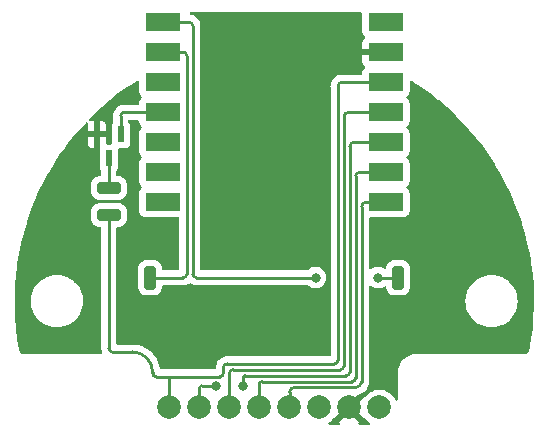
<source format=gbr>
%TF.GenerationSoftware,KiCad,Pcbnew,(6.0.9-0)*%
%TF.CreationDate,2022-12-16T11:10:40-08:00*%
%TF.ProjectId,trackball,74726163-6b62-4616-9c6c-2e6b69636164,v01*%
%TF.SameCoordinates,Original*%
%TF.FileFunction,Copper,L1,Top*%
%TF.FilePolarity,Positive*%
%FSLAX46Y46*%
G04 Gerber Fmt 4.6, Leading zero omitted, Abs format (unit mm)*
G04 Created by KiCad (PCBNEW (6.0.9-0)) date 2022-12-16 11:10:40*
%MOMM*%
%LPD*%
G01*
G04 APERTURE LIST*
G04 Aperture macros list*
%AMRoundRect*
0 Rectangle with rounded corners*
0 $1 Rounding radius*
0 $2 $3 $4 $5 $6 $7 $8 $9 X,Y pos of 4 corners*
0 Add a 4 corners polygon primitive as box body*
4,1,4,$2,$3,$4,$5,$6,$7,$8,$9,$2,$3,0*
0 Add four circle primitives for the rounded corners*
1,1,$1+$1,$2,$3*
1,1,$1+$1,$4,$5*
1,1,$1+$1,$6,$7*
1,1,$1+$1,$8,$9*
0 Add four rect primitives between the rounded corners*
20,1,$1+$1,$2,$3,$4,$5,0*
20,1,$1+$1,$4,$5,$6,$7,0*
20,1,$1+$1,$6,$7,$8,$9,0*
20,1,$1+$1,$8,$9,$2,$3,0*%
G04 Aperture macros list end*
%TA.AperFunction,SMDPad,CuDef*%
%ADD10R,3.000000X1.500000*%
%TD*%
%TA.AperFunction,SMDPad,CuDef*%
%ADD11R,0.558800X1.320800*%
%TD*%
%TA.AperFunction,SMDPad,CuDef*%
%ADD12RoundRect,0.250000X-0.750000X0.250000X-0.750000X-0.250000X0.750000X-0.250000X0.750000X0.250000X0*%
%TD*%
%TA.AperFunction,SMDPad,CuDef*%
%ADD13RoundRect,0.250000X-0.250000X-0.750000X0.250000X-0.750000X0.250000X0.750000X-0.250000X0.750000X0*%
%TD*%
%TA.AperFunction,ComponentPad*%
%ADD14C,2.000000*%
%TD*%
%TA.AperFunction,ViaPad*%
%ADD15C,0.800000*%
%TD*%
%TA.AperFunction,Conductor*%
%ADD16C,0.250000*%
%TD*%
G04 APERTURE END LIST*
D10*
%TO.P,U1,1,A0*%
%TO.N,Net-(U1-Pad1)*%
X135050000Y-123380000D03*
%TO.P,U1,2,A1*%
%TO.N,Net-(U1-Pad2)*%
X135050000Y-125920000D03*
%TO.P,U1,3,A2*%
%TO.N,unconnected-(U1-Pad3)*%
X135050000Y-128460000D03*
%TO.P,U1,4,A3*%
%TO.N,Net-(Q1-Pad1)*%
X135050000Y-131000000D03*
%TO.P,U1,5,SDA*%
%TO.N,unconnected-(U1-Pad5)*%
X135050000Y-133540000D03*
%TO.P,U1,6,SCL*%
%TO.N,unconnected-(U1-Pad6)*%
X135050000Y-136080000D03*
%TO.P,U1,7,TX*%
%TO.N,unconnected-(U1-Pad7)*%
X135050000Y-138620000D03*
%TO.P,U1,8,5V*%
%TO.N,unconnected-(U1-Pad8)*%
X153950000Y-123380000D03*
%TO.P,U1,9,GND*%
%TO.N,GND*%
X153950000Y-125920000D03*
%TO.P,U1,10,3V*%
%TO.N,Net-(J1-Pad1)*%
X153950000Y-128460000D03*
%TO.P,U1,11,MO*%
%TO.N,Net-(U1-Pad11)*%
X153950000Y-131000000D03*
%TO.P,U1,12,MI*%
%TO.N,Net-(U1-Pad12)*%
X153950000Y-133540000D03*
%TO.P,U1,13,SCK*%
%TO.N,Net-(U1-Pad13)*%
X153950000Y-136080000D03*
%TO.P,U1,14,RX*%
%TO.N,Net-(U1-Pad14)*%
X153950000Y-138620000D03*
%TD*%
D11*
%TO.P,Q1,1,B*%
%TO.N,Net-(Q1-Pad1)*%
X131516000Y-132884000D03*
%TO.P,Q1,2,E*%
%TO.N,GND*%
X129484000Y-132884000D03*
%TO.P,Q1,3,C*%
%TO.N,Net-(J2-Pad1)*%
X130500000Y-134916000D03*
%TD*%
D12*
%TO.P,+,1,Pin_1*%
%TO.N,Net-(J1-Pad1)*%
X130500000Y-139700000D03*
%TD*%
%TO.P,-,1,Pin_1*%
%TO.N,Net-(J2-Pad1)*%
X130500000Y-137400000D03*
%TD*%
D13*
%TO.P,J2,1,Pin_1*%
%TO.N,Net-(U1-Pad2)*%
X134000000Y-145000000D03*
%TD*%
%TO.P,J1,1,Pin_1*%
%TO.N,Net-(U1-Pad1)*%
X155000000Y-145000000D03*
%TD*%
D14*
%TO.P,U2,1,RS*%
%TO.N,unconnected-(U2-Pad1)*%
X153390000Y-156000000D03*
%TO.P,U2,2,GD*%
%TO.N,GND*%
X150850000Y-156000000D03*
%TO.P,U2,3,MT*%
%TO.N,unconnected-(U2-Pad3)*%
X148310000Y-156000000D03*
%TO.P,U2,4,SS*%
%TO.N,Net-(U1-Pad14)*%
X145770000Y-156000000D03*
%TO.P,U2,5,SC*%
%TO.N,Net-(U1-Pad13)*%
X143230000Y-156000000D03*
%TO.P,U2,6,MO*%
%TO.N,Net-(U1-Pad11)*%
X140690000Y-156000000D03*
%TO.P,U2,7,MI*%
%TO.N,Net-(U1-Pad12)*%
X138150000Y-156000000D03*
%TO.P,U2,8,VI*%
%TO.N,Net-(J1-Pad1)*%
X135610000Y-156000000D03*
%TD*%
D15*
%TO.N,Net-(U1-Pad1)*%
X148000000Y-145000000D03*
X153300000Y-145000000D03*
%TO.N,GND*%
X153300000Y-143000000D03*
X148000000Y-143000000D03*
%TO.N,Net-(U1-Pad12)*%
X141850000Y-154150000D03*
X139550000Y-154150000D03*
%TD*%
D16*
%TO.N,Net-(J1-Pad1)*%
X139900000Y-153400000D02*
X135600000Y-153400000D01*
X132500000Y-151300000D02*
X130800000Y-151300000D01*
X130500000Y-151000000D02*
X130500000Y-139700000D01*
X135600000Y-153400000D02*
X134500000Y-153400000D01*
X153950000Y-128460000D02*
X150240000Y-128460000D01*
X149900000Y-128800000D02*
X149900000Y-152000000D01*
X135600000Y-153400000D02*
X135600000Y-155990000D01*
X140200000Y-152600000D02*
X140200000Y-153100000D01*
X149600000Y-152300000D02*
X140500000Y-152300000D01*
X134200000Y-153100000D02*
X134200000Y-153000000D01*
X149600000Y-152300000D02*
G75*
G03*
X149900000Y-152000000I0J300000D01*
G01*
X139900000Y-153400000D02*
G75*
G03*
X140200000Y-153100000I0J300000D01*
G01*
X134200000Y-153100000D02*
G75*
G03*
X134500000Y-153400000I300000J0D01*
G01*
X130500000Y-151000000D02*
G75*
G03*
X130800000Y-151300000I300000J0D01*
G01*
X135610000Y-156000000D02*
G75*
G02*
X135600000Y-155990000I0J10000D01*
G01*
X140200000Y-152600000D02*
G75*
G02*
X140500000Y-152300000I300000J0D01*
G01*
X132500000Y-151300000D02*
G75*
G02*
X134200000Y-153000000I0J-1700000D01*
G01*
X149900000Y-128800000D02*
G75*
G02*
X150240000Y-128460000I340000J0D01*
G01*
%TO.N,Net-(J2-Pad1)*%
X130500000Y-134916000D02*
X130500000Y-137400000D01*
%TO.N,Net-(U1-Pad1)*%
X137900000Y-145000000D02*
X148000000Y-145000000D01*
X135050000Y-123380000D02*
X137280000Y-123380000D01*
X153300000Y-145000000D02*
X155000000Y-145000000D01*
X137600000Y-123700000D02*
X137600000Y-144700000D01*
X137600000Y-123700000D02*
G75*
G03*
X137280000Y-123380000I-320000J0D01*
G01*
X137900000Y-145000000D02*
G75*
G02*
X137600000Y-144700000I0J300000D01*
G01*
%TO.N,Net-(U1-Pad2)*%
X136800000Y-145000000D02*
X134000000Y-145000000D01*
X135050000Y-125920000D02*
X136820000Y-125920000D01*
X137100000Y-126200000D02*
X137100000Y-144700000D01*
X137100000Y-126200000D02*
G75*
G03*
X136820000Y-125920000I-280000J0D01*
G01*
X136800000Y-145000000D02*
G75*
G03*
X137100000Y-144700000I0J300000D01*
G01*
%TO.N,Net-(Q1-Pad1)*%
X135050000Y-131000000D02*
X131800000Y-131000000D01*
X131500000Y-131300000D02*
X131500000Y-132868000D01*
X131500000Y-131300000D02*
G75*
G02*
X131800000Y-131000000I300000J0D01*
G01*
X131516000Y-132884000D02*
G75*
G02*
X131500000Y-132868000I0J16000D01*
G01*
%TO.N,Net-(U1-Pad11)*%
X140700000Y-153100000D02*
X140700000Y-155990000D01*
X150400000Y-131400000D02*
X150400000Y-152500000D01*
X150100000Y-152800000D02*
X141000000Y-152800000D01*
X153950000Y-131000000D02*
X150800000Y-131000000D01*
X140690000Y-156000000D02*
G75*
G03*
X140700000Y-155990000I0J10000D01*
G01*
X150100000Y-152800000D02*
G75*
G03*
X150400000Y-152500000I0J300000D01*
G01*
X140700000Y-153100000D02*
G75*
G02*
X141000000Y-152800000I300000J0D01*
G01*
X150400000Y-131400000D02*
G75*
G02*
X150800000Y-131000000I400000J0D01*
G01*
%TO.N,Net-(U1-Pad12)*%
X150900000Y-133900000D02*
X150900000Y-153000000D01*
X138150000Y-154350000D02*
X138150000Y-156000000D01*
X141850000Y-153450000D02*
X141850000Y-154150000D01*
X139550000Y-154150000D02*
X138350000Y-154150000D01*
X153950000Y-133540000D02*
X151260000Y-133540000D01*
X150600000Y-153300000D02*
X142000000Y-153300000D01*
X150900000Y-133900000D02*
G75*
G02*
X151260000Y-133540000I360000J0D01*
G01*
X138150000Y-154350000D02*
G75*
G02*
X138350000Y-154150000I200000J0D01*
G01*
X150600000Y-153300000D02*
G75*
G03*
X150900000Y-153000000I0J300000D01*
G01*
X141850000Y-153450000D02*
G75*
G02*
X142000000Y-153300000I150000J0D01*
G01*
%TO.N,Net-(U1-Pad13)*%
X153950000Y-136080000D02*
X151720000Y-136080000D01*
X151100000Y-153800000D02*
X143500000Y-153800000D01*
X151400000Y-136400000D02*
X151400000Y-153500000D01*
X143200000Y-154100000D02*
X143200000Y-155970000D01*
X143230000Y-156000000D02*
G75*
G02*
X143200000Y-155970000I0J30000D01*
G01*
X143200000Y-154100000D02*
G75*
G02*
X143500000Y-153800000I300000J0D01*
G01*
X151100000Y-153800000D02*
G75*
G03*
X151400000Y-153500000I0J300000D01*
G01*
X151400000Y-136400000D02*
G75*
G02*
X151720000Y-136080000I320000J0D01*
G01*
%TO.N,Net-(U1-Pad14)*%
X145800000Y-154700000D02*
X145800000Y-155970000D01*
X151900000Y-139000000D02*
X151900000Y-153800000D01*
X151400000Y-154300000D02*
X146200000Y-154300000D01*
X153950000Y-138620000D02*
X152280000Y-138620000D01*
X151400000Y-154300000D02*
G75*
G03*
X151900000Y-153800000I0J500000D01*
G01*
X145770000Y-156000000D02*
G75*
G03*
X145800000Y-155970000I0J30000D01*
G01*
X145800000Y-154700000D02*
G75*
G02*
X146200000Y-154300000I400000J0D01*
G01*
X151900000Y-139000000D02*
G75*
G02*
X152280000Y-138620000I380000J0D01*
G01*
%TD*%
%TA.AperFunction,Conductor*%
%TO.N,GND*%
G36*
X156159032Y-128354110D02*
G01*
X156162660Y-128356772D01*
X156171892Y-128364242D01*
X156184266Y-128375261D01*
X156189328Y-128378528D01*
X156189531Y-128378704D01*
X156189775Y-128378816D01*
X156194814Y-128382068D01*
X156212189Y-128389799D01*
X156214875Y-128390994D01*
X156232863Y-128400822D01*
X156953956Y-128874806D01*
X156958242Y-128877752D01*
X157691305Y-129404173D01*
X157695466Y-129407293D01*
X158406198Y-129963529D01*
X158410222Y-129966815D01*
X159097395Y-130551907D01*
X159101261Y-130555339D01*
X159763714Y-131168300D01*
X159763715Y-131168301D01*
X159767453Y-131171906D01*
X159923022Y-131328253D01*
X160404026Y-131811661D01*
X160407618Y-131815423D01*
X161017248Y-132480903D01*
X161020681Y-132484809D01*
X161602338Y-133174889D01*
X161605607Y-133178934D01*
X162158285Y-133892421D01*
X162161383Y-133896596D01*
X162684171Y-134632316D01*
X162687063Y-134636569D01*
X163176045Y-135388621D01*
X163179028Y-135393209D01*
X163181767Y-135397618D01*
X163314296Y-135621117D01*
X163642102Y-136173937D01*
X163644642Y-136178429D01*
X164072559Y-136973104D01*
X164074913Y-136977702D01*
X164469648Y-137789308D01*
X164471825Y-137794029D01*
X164832731Y-138621232D01*
X164832731Y-138621233D01*
X164834709Y-138626033D01*
X164924210Y-138856704D01*
X165161177Y-139467441D01*
X165162958Y-139472328D01*
X165454423Y-140326485D01*
X165456000Y-140331440D01*
X165518907Y-140544134D01*
X165711971Y-141196899D01*
X165713331Y-141201870D01*
X165729595Y-141266567D01*
X165933374Y-142077183D01*
X165934537Y-142082252D01*
X166118259Y-142965830D01*
X166119213Y-142970942D01*
X166197684Y-143445922D01*
X166253187Y-143781880D01*
X166266322Y-143861388D01*
X166267062Y-143866525D01*
X166309673Y-144212760D01*
X166377304Y-144762307D01*
X166377832Y-144767481D01*
X166451008Y-145666992D01*
X166451323Y-145672183D01*
X166487318Y-146573985D01*
X166487418Y-146579184D01*
X166486879Y-146968811D01*
X166486437Y-147288887D01*
X166486170Y-147481699D01*
X166486055Y-147486879D01*
X166449470Y-148343902D01*
X166447563Y-148388574D01*
X166447234Y-148393760D01*
X166378308Y-149212970D01*
X166371566Y-149293097D01*
X166371023Y-149298269D01*
X166258310Y-150193684D01*
X166257557Y-150198813D01*
X166176852Y-150679050D01*
X166115177Y-151046045D01*
X166109640Y-151067369D01*
X166106551Y-151076057D01*
X166103616Y-151084311D01*
X166103104Y-151093275D01*
X166102709Y-151095228D01*
X166097608Y-151123299D01*
X166085307Y-151162720D01*
X166078213Y-151185455D01*
X166066453Y-151211948D01*
X166023813Y-151284213D01*
X166006308Y-151307315D01*
X165991855Y-151322410D01*
X165948285Y-151367912D01*
X165925958Y-151386406D01*
X165855618Y-151432138D01*
X165829652Y-151445041D01*
X165750726Y-151473481D01*
X165722502Y-151480106D01*
X165663310Y-151486958D01*
X165647282Y-151487783D01*
X165639809Y-151487691D01*
X165630942Y-151486310D01*
X165599348Y-151490439D01*
X165583021Y-151491501D01*
X156553250Y-151491501D01*
X156532345Y-151489755D01*
X156517344Y-151487231D01*
X156517341Y-151487231D01*
X156512552Y-151486425D01*
X156506313Y-151486349D01*
X156504860Y-151486331D01*
X156504857Y-151486331D01*
X156500000Y-151486272D01*
X156485224Y-151488388D01*
X156476371Y-151489337D01*
X156289258Y-151502720D01*
X156284770Y-151503041D01*
X156272078Y-151505802D01*
X156078318Y-151547951D01*
X156078311Y-151547953D01*
X156073921Y-151548908D01*
X156069706Y-151550480D01*
X156069703Y-151550481D01*
X155972833Y-151586611D01*
X155871745Y-151624315D01*
X155682360Y-151727728D01*
X155509619Y-151857040D01*
X155357039Y-152009620D01*
X155227727Y-152182361D01*
X155124315Y-152371747D01*
X155048908Y-152573922D01*
X155003040Y-152784771D01*
X155002719Y-152789259D01*
X154990542Y-152959528D01*
X154989116Y-152971447D01*
X154987231Y-152982650D01*
X154987230Y-152982657D01*
X154986424Y-152987450D01*
X154986271Y-153000002D01*
X154989986Y-153025944D01*
X154990227Y-153027626D01*
X154991500Y-153045488D01*
X154991500Y-155291016D01*
X154971498Y-155359137D01*
X154917842Y-155405630D01*
X154847568Y-155415734D01*
X154782988Y-155386240D01*
X154749091Y-155339234D01*
X154740135Y-155317611D01*
X154740133Y-155317607D01*
X154738240Y-155313037D01*
X154735654Y-155308817D01*
X154616759Y-155114798D01*
X154616755Y-155114792D01*
X154614176Y-155110584D01*
X154459969Y-154930031D01*
X154279416Y-154775824D01*
X154275208Y-154773245D01*
X154275202Y-154773241D01*
X154081183Y-154654346D01*
X154076963Y-154651760D01*
X154072393Y-154649867D01*
X154072389Y-154649865D01*
X153862167Y-154562789D01*
X153862165Y-154562788D01*
X153857594Y-154560895D01*
X153750900Y-154535280D01*
X153631524Y-154506620D01*
X153631518Y-154506619D01*
X153626711Y-154505465D01*
X153390000Y-154486835D01*
X153153289Y-154505465D01*
X153148482Y-154506619D01*
X153148476Y-154506620D01*
X153029100Y-154535280D01*
X152922406Y-154560895D01*
X152917835Y-154562788D01*
X152917833Y-154562789D01*
X152707611Y-154649865D01*
X152707607Y-154649867D01*
X152703037Y-154651760D01*
X152698817Y-154654346D01*
X152504798Y-154773241D01*
X152504792Y-154773245D01*
X152500584Y-154775824D01*
X152320031Y-154930031D01*
X152316823Y-154933787D01*
X152316818Y-154933792D01*
X152186294Y-155086616D01*
X152126844Y-155125426D01*
X152092442Y-155127640D01*
X152073333Y-155135877D01*
X151222022Y-155987188D01*
X151214408Y-156001132D01*
X151214539Y-156002965D01*
X151218790Y-156009580D01*
X152070290Y-156861080D01*
X152087102Y-156870260D01*
X152150350Y-156884020D01*
X152185775Y-156912776D01*
X152288621Y-157033193D01*
X152320031Y-157069969D01*
X152500584Y-157224176D01*
X152504797Y-157226758D01*
X152504807Y-157226765D01*
X152555890Y-157258069D01*
X152603522Y-157310717D01*
X152615128Y-157380758D01*
X152587024Y-157445956D01*
X152528134Y-157485609D01*
X152490055Y-157491501D01*
X151748985Y-157491501D01*
X151680864Y-157471499D01*
X151634371Y-157417843D01*
X151624267Y-157347569D01*
X151653761Y-157282989D01*
X151683150Y-157258069D01*
X151708445Y-157242568D01*
X151717907Y-157232110D01*
X151714124Y-157223334D01*
X150862812Y-156372022D01*
X150848868Y-156364408D01*
X150847035Y-156364539D01*
X150840420Y-156368790D01*
X149988920Y-157220290D01*
X149982160Y-157232670D01*
X149987887Y-157240320D01*
X150016850Y-157258069D01*
X150064482Y-157310716D01*
X150076088Y-157380758D01*
X150047984Y-157445955D01*
X149989094Y-157485609D01*
X149951015Y-157491501D01*
X149209945Y-157491501D01*
X149141824Y-157471499D01*
X149095331Y-157417843D01*
X149085227Y-157347569D01*
X149114721Y-157282989D01*
X149144110Y-157258069D01*
X149195193Y-157226765D01*
X149195203Y-157226758D01*
X149199416Y-157224176D01*
X149379969Y-157069969D01*
X149383177Y-157066213D01*
X149383182Y-157066208D01*
X149513706Y-156913384D01*
X149573156Y-156874574D01*
X149607558Y-156872360D01*
X149626667Y-156864123D01*
X151536892Y-154953898D01*
X151597995Y-154922087D01*
X151597582Y-154920544D01*
X151783850Y-154870633D01*
X151783849Y-154870633D01*
X151789161Y-154869210D01*
X151968915Y-154785390D01*
X152131383Y-154671628D01*
X152271628Y-154531383D01*
X152279705Y-154519849D01*
X152369171Y-154392078D01*
X152385390Y-154368915D01*
X152469210Y-154189161D01*
X152520544Y-153997582D01*
X152528545Y-153906129D01*
X152531059Y-153891424D01*
X152531528Y-153887708D01*
X152533500Y-153880030D01*
X152533500Y-153854994D01*
X152533980Y-153844006D01*
X152534207Y-153841413D01*
X152534984Y-153834646D01*
X152537432Y-153817444D01*
X152538013Y-153813364D01*
X152538153Y-153800000D01*
X152534413Y-153769093D01*
X152533500Y-153753958D01*
X152533500Y-147000001D01*
X160686797Y-147000001D01*
X160705732Y-147288887D01*
X160706536Y-147292927D01*
X160706536Y-147292930D01*
X160745119Y-147486899D01*
X160762211Y-147572829D01*
X160855270Y-147846971D01*
X160983315Y-148106620D01*
X161144155Y-148347336D01*
X161146867Y-148350428D01*
X161146872Y-148350435D01*
X161322405Y-148550590D01*
X161335040Y-148564997D01*
X161338129Y-148567706D01*
X161549601Y-148753164D01*
X161549607Y-148753169D01*
X161552701Y-148755882D01*
X161793416Y-148916722D01*
X161797115Y-148918546D01*
X161797120Y-148918549D01*
X162049371Y-149042945D01*
X162053066Y-149044767D01*
X162056964Y-149046090D01*
X162056966Y-149046091D01*
X162323298Y-149136499D01*
X162323302Y-149136500D01*
X162327208Y-149137826D01*
X162331252Y-149138630D01*
X162331258Y-149138632D01*
X162607107Y-149193501D01*
X162607110Y-149193501D01*
X162611150Y-149194305D01*
X162615261Y-149194574D01*
X162615265Y-149194575D01*
X162895917Y-149212970D01*
X162900036Y-149213240D01*
X162904155Y-149212970D01*
X163184807Y-149194575D01*
X163184811Y-149194574D01*
X163188922Y-149194305D01*
X163192962Y-149193501D01*
X163192965Y-149193501D01*
X163468814Y-149138632D01*
X163468820Y-149138630D01*
X163472864Y-149137826D01*
X163476770Y-149136500D01*
X163476774Y-149136499D01*
X163743106Y-149046091D01*
X163743108Y-149046090D01*
X163747006Y-149044767D01*
X163750701Y-149042945D01*
X164002952Y-148918549D01*
X164002957Y-148918546D01*
X164006656Y-148916722D01*
X164247371Y-148755882D01*
X164250465Y-148753169D01*
X164250471Y-148753164D01*
X164461943Y-148567706D01*
X164465032Y-148564997D01*
X164477667Y-148550590D01*
X164653200Y-148350435D01*
X164653205Y-148350428D01*
X164655917Y-148347336D01*
X164816757Y-148106620D01*
X164944802Y-147846971D01*
X165037861Y-147572829D01*
X165054954Y-147486899D01*
X165093536Y-147292930D01*
X165093536Y-147292927D01*
X165094340Y-147288887D01*
X165113275Y-147000001D01*
X165094340Y-146711115D01*
X165067580Y-146576581D01*
X165038667Y-146431223D01*
X165038665Y-146431217D01*
X165037861Y-146427173D01*
X165012026Y-146351064D01*
X164946126Y-146156931D01*
X164946125Y-146156929D01*
X164944802Y-146153031D01*
X164816757Y-145893382D01*
X164655917Y-145652666D01*
X164653205Y-145649574D01*
X164653200Y-145649567D01*
X164467741Y-145438094D01*
X164465032Y-145435005D01*
X164385516Y-145365271D01*
X164250471Y-145246838D01*
X164250465Y-145246833D01*
X164247371Y-145244120D01*
X164006656Y-145083280D01*
X164002957Y-145081456D01*
X164002952Y-145081453D01*
X163750701Y-144957057D01*
X163750699Y-144957056D01*
X163747006Y-144955235D01*
X163743106Y-144953911D01*
X163476774Y-144863503D01*
X163476770Y-144863502D01*
X163472864Y-144862176D01*
X163468820Y-144861372D01*
X163468814Y-144861370D01*
X163192965Y-144806501D01*
X163192962Y-144806501D01*
X163188922Y-144805697D01*
X163184811Y-144805428D01*
X163184807Y-144805427D01*
X162904155Y-144787032D01*
X162900036Y-144786762D01*
X162895917Y-144787032D01*
X162615265Y-144805427D01*
X162615261Y-144805428D01*
X162611150Y-144805697D01*
X162607110Y-144806501D01*
X162607107Y-144806501D01*
X162331258Y-144861370D01*
X162331252Y-144861372D01*
X162327208Y-144862176D01*
X162323302Y-144863502D01*
X162323298Y-144863503D01*
X162056966Y-144953911D01*
X162053066Y-144955235D01*
X161793417Y-145083280D01*
X161552701Y-145244120D01*
X161549609Y-145246832D01*
X161549602Y-145246837D01*
X161407389Y-145371556D01*
X161335040Y-145435005D01*
X161332331Y-145438094D01*
X161146872Y-145649567D01*
X161146867Y-145649574D01*
X161144155Y-145652666D01*
X160983315Y-145893382D01*
X160855270Y-146153031D01*
X160853947Y-146156929D01*
X160853946Y-146156931D01*
X160788047Y-146351064D01*
X160762211Y-146427173D01*
X160761407Y-146431217D01*
X160761405Y-146431223D01*
X160732492Y-146576581D01*
X160705732Y-146711115D01*
X160688841Y-146968811D01*
X160686797Y-147000001D01*
X152533500Y-147000001D01*
X152533500Y-145813361D01*
X152553502Y-145745240D01*
X152607158Y-145698747D01*
X152677432Y-145688643D01*
X152733560Y-145711424D01*
X152843248Y-145791118D01*
X152849276Y-145793802D01*
X152849278Y-145793803D01*
X153011681Y-145866109D01*
X153017712Y-145868794D01*
X153111112Y-145888647D01*
X153198056Y-145907128D01*
X153198061Y-145907128D01*
X153204513Y-145908500D01*
X153395487Y-145908500D01*
X153401939Y-145907128D01*
X153401944Y-145907128D01*
X153488888Y-145888647D01*
X153582288Y-145868794D01*
X153588319Y-145866109D01*
X153750722Y-145793803D01*
X153750724Y-145793802D01*
X153756752Y-145791118D01*
X153797318Y-145761645D01*
X153864186Y-145737787D01*
X153933337Y-145753867D01*
X153982817Y-145804781D01*
X153996706Y-145850577D01*
X154001148Y-145893382D01*
X154002474Y-145906166D01*
X154058450Y-146073946D01*
X154151522Y-146224348D01*
X154276697Y-146349305D01*
X154282927Y-146353145D01*
X154282928Y-146353146D01*
X154420090Y-146437694D01*
X154427262Y-146442115D01*
X154507005Y-146468564D01*
X154588611Y-146495632D01*
X154588613Y-146495632D01*
X154595139Y-146497797D01*
X154601975Y-146498497D01*
X154601978Y-146498498D01*
X154645031Y-146502909D01*
X154699600Y-146508500D01*
X155300400Y-146508500D01*
X155303646Y-146508163D01*
X155303650Y-146508163D01*
X155399308Y-146498238D01*
X155399312Y-146498237D01*
X155406166Y-146497526D01*
X155412702Y-146495345D01*
X155412704Y-146495345D01*
X155544806Y-146451272D01*
X155573946Y-146441550D01*
X155724348Y-146348478D01*
X155849305Y-146223303D01*
X155876104Y-146179827D01*
X155938275Y-146078968D01*
X155938276Y-146078966D01*
X155942115Y-146072738D01*
X155997797Y-145904861D01*
X156008500Y-145800400D01*
X156008500Y-144199600D01*
X156007155Y-144186639D01*
X155998238Y-144100692D01*
X155998237Y-144100688D01*
X155997526Y-144093834D01*
X155941550Y-143926054D01*
X155848478Y-143775652D01*
X155723303Y-143650695D01*
X155717072Y-143646854D01*
X155578968Y-143561725D01*
X155578966Y-143561724D01*
X155572738Y-143557885D01*
X155412254Y-143504655D01*
X155411389Y-143504368D01*
X155411387Y-143504368D01*
X155404861Y-143502203D01*
X155398025Y-143501503D01*
X155398022Y-143501502D01*
X155354969Y-143497091D01*
X155300400Y-143491500D01*
X154699600Y-143491500D01*
X154696354Y-143491837D01*
X154696350Y-143491837D01*
X154600692Y-143501762D01*
X154600688Y-143501763D01*
X154593834Y-143502474D01*
X154587298Y-143504655D01*
X154587296Y-143504655D01*
X154455194Y-143548728D01*
X154426054Y-143558450D01*
X154275652Y-143651522D01*
X154150695Y-143776697D01*
X154057885Y-143927262D01*
X154002203Y-144095139D01*
X154001502Y-144101977D01*
X154001502Y-144101979D01*
X153996662Y-144149218D01*
X153969821Y-144214945D01*
X153911705Y-144255727D01*
X153840768Y-144258615D01*
X153797260Y-144238313D01*
X153756752Y-144208882D01*
X153750724Y-144206198D01*
X153750722Y-144206197D01*
X153588319Y-144133891D01*
X153588318Y-144133891D01*
X153582288Y-144131206D01*
X153488888Y-144111353D01*
X153401944Y-144092872D01*
X153401939Y-144092872D01*
X153395487Y-144091500D01*
X153204513Y-144091500D01*
X153198061Y-144092872D01*
X153198056Y-144092872D01*
X153111112Y-144111353D01*
X153017712Y-144131206D01*
X153011682Y-144133891D01*
X153011681Y-144133891D01*
X152849278Y-144206197D01*
X152849276Y-144206198D01*
X152843248Y-144208882D01*
X152733560Y-144288575D01*
X152666694Y-144312433D01*
X152597542Y-144296353D01*
X152548062Y-144245440D01*
X152533500Y-144186639D01*
X152533500Y-140004500D01*
X152553502Y-139936379D01*
X152607158Y-139889886D01*
X152659500Y-139878500D01*
X155498134Y-139878500D01*
X155560316Y-139871745D01*
X155696705Y-139820615D01*
X155813261Y-139733261D01*
X155900615Y-139616705D01*
X155951745Y-139480316D01*
X155958500Y-139418134D01*
X155958500Y-137821866D01*
X155951745Y-137759684D01*
X155900615Y-137623295D01*
X155813261Y-137506739D01*
X155738657Y-137450826D01*
X155696142Y-137393966D01*
X155691116Y-137323148D01*
X155725176Y-137260855D01*
X155738657Y-137249174D01*
X155806080Y-137198643D01*
X155806081Y-137198642D01*
X155813261Y-137193261D01*
X155900615Y-137076705D01*
X155951745Y-136940316D01*
X155958500Y-136878134D01*
X155958500Y-135281866D01*
X155951745Y-135219684D01*
X155900615Y-135083295D01*
X155813261Y-134966739D01*
X155738657Y-134910826D01*
X155696142Y-134853966D01*
X155691116Y-134783148D01*
X155725176Y-134720855D01*
X155738657Y-134709174D01*
X155806080Y-134658643D01*
X155806081Y-134658642D01*
X155813261Y-134653261D01*
X155900615Y-134536705D01*
X155951745Y-134400316D01*
X155958500Y-134338134D01*
X155958500Y-132741866D01*
X155951745Y-132679684D01*
X155900615Y-132543295D01*
X155813261Y-132426739D01*
X155738657Y-132370826D01*
X155696142Y-132313966D01*
X155691116Y-132243148D01*
X155725176Y-132180855D01*
X155738657Y-132169174D01*
X155806080Y-132118643D01*
X155806081Y-132118642D01*
X155813261Y-132113261D01*
X155900615Y-131996705D01*
X155951745Y-131860316D01*
X155958500Y-131798134D01*
X155958500Y-130201866D01*
X155951745Y-130139684D01*
X155900615Y-130003295D01*
X155813261Y-129886739D01*
X155738657Y-129830826D01*
X155696142Y-129773966D01*
X155691116Y-129703148D01*
X155725176Y-129640855D01*
X155738657Y-129629174D01*
X155806080Y-129578643D01*
X155806081Y-129578642D01*
X155813261Y-129573261D01*
X155900615Y-129456705D01*
X155951745Y-129320316D01*
X155958500Y-129258134D01*
X155958500Y-128455702D01*
X155978502Y-128387581D01*
X156032158Y-128341088D01*
X156102432Y-128330984D01*
X156159032Y-128354110D01*
G37*
%TD.AperFunction*%
%TA.AperFunction,Conductor*%
G36*
X151883621Y-122528502D02*
G01*
X151930114Y-122582158D01*
X151941500Y-122634500D01*
X151941500Y-124178134D01*
X151948255Y-124240316D01*
X151999385Y-124376705D01*
X152086739Y-124493261D01*
X152093919Y-124498642D01*
X152161760Y-124549486D01*
X152204275Y-124606345D01*
X152209301Y-124677164D01*
X152175241Y-124739457D01*
X152161760Y-124751138D01*
X152094277Y-124801714D01*
X152081715Y-124814276D01*
X152005214Y-124916351D01*
X151996676Y-124931946D01*
X151951522Y-125052394D01*
X151947895Y-125067649D01*
X151942369Y-125118514D01*
X151942000Y-125125328D01*
X151942000Y-125647885D01*
X151946475Y-125663124D01*
X151947865Y-125664329D01*
X151955548Y-125666000D01*
X154078000Y-125666000D01*
X154146121Y-125686002D01*
X154192614Y-125739658D01*
X154204000Y-125792000D01*
X154204000Y-126048000D01*
X154183998Y-126116121D01*
X154130342Y-126162614D01*
X154078000Y-126174000D01*
X151960116Y-126174000D01*
X151944877Y-126178475D01*
X151943672Y-126179865D01*
X151942001Y-126187548D01*
X151942001Y-126714669D01*
X151942371Y-126721490D01*
X151947895Y-126772352D01*
X151951521Y-126787604D01*
X151996676Y-126908054D01*
X152005214Y-126923649D01*
X152081715Y-127025724D01*
X152094277Y-127038286D01*
X152161760Y-127088862D01*
X152204275Y-127145722D01*
X152209300Y-127216540D01*
X152175241Y-127278833D01*
X152161762Y-127290513D01*
X152086739Y-127346739D01*
X151999385Y-127463295D01*
X151948255Y-127599684D01*
X151941500Y-127661866D01*
X151941500Y-127700500D01*
X151921498Y-127768621D01*
X151867842Y-127815114D01*
X151815500Y-127826500D01*
X150293995Y-127826500D01*
X150276241Y-127825243D01*
X150274295Y-127824966D01*
X150253364Y-127821987D01*
X150246809Y-127821918D01*
X150244126Y-127821890D01*
X150244123Y-127821890D01*
X150240000Y-127821847D01*
X150235906Y-127822342D01*
X150235895Y-127822343D01*
X150214219Y-127824966D01*
X150210076Y-127825399D01*
X150070308Y-127837627D01*
X149905771Y-127881715D01*
X149900791Y-127884037D01*
X149900786Y-127884039D01*
X149756372Y-127951381D01*
X149756369Y-127951383D01*
X149751391Y-127953704D01*
X149611856Y-128051407D01*
X149491407Y-128171856D01*
X149393704Y-128311391D01*
X149391383Y-128316369D01*
X149391381Y-128316372D01*
X149324039Y-128460786D01*
X149324037Y-128460791D01*
X149321715Y-128465771D01*
X149277627Y-128630308D01*
X149277148Y-128635784D01*
X149272383Y-128690254D01*
X149268903Y-128710612D01*
X149268470Y-128712296D01*
X149268469Y-128712300D01*
X149266500Y-128719970D01*
X149266500Y-128749982D01*
X149265422Y-128766429D01*
X149262873Y-128785786D01*
X149262873Y-128785791D01*
X149261882Y-128793317D01*
X149262716Y-128800867D01*
X149265739Y-128828253D01*
X149266500Y-128842080D01*
X149266500Y-151540500D01*
X149246498Y-151608621D01*
X149192842Y-151655114D01*
X149140500Y-151666500D01*
X140553995Y-151666500D01*
X140536241Y-151665243D01*
X140513364Y-151661987D01*
X140506809Y-151661918D01*
X140504126Y-151661890D01*
X140504123Y-151661890D01*
X140500000Y-151661847D01*
X140495911Y-151662342D01*
X140495907Y-151662342D01*
X140469627Y-151665522D01*
X140465474Y-151665954D01*
X140459234Y-151666500D01*
X140337280Y-151677170D01*
X140239434Y-151703388D01*
X140184815Y-151718023D01*
X140184813Y-151718024D01*
X140179505Y-151719446D01*
X140174524Y-151721769D01*
X140174523Y-151721769D01*
X140036454Y-151786151D01*
X140036449Y-151786154D01*
X140031467Y-151788477D01*
X139897666Y-151882166D01*
X139782166Y-151997666D01*
X139779009Y-152002175D01*
X139779007Y-152002177D01*
X139771273Y-152013223D01*
X139688477Y-152131467D01*
X139686154Y-152136449D01*
X139686151Y-152136454D01*
X139639850Y-152235748D01*
X139619446Y-152279505D01*
X139618024Y-152284813D01*
X139618023Y-152284815D01*
X139594730Y-152371747D01*
X139577170Y-152437280D01*
X139576691Y-152442758D01*
X139572615Y-152489352D01*
X139569134Y-152509712D01*
X139566500Y-152519970D01*
X139566500Y-152549983D01*
X139565422Y-152566430D01*
X139563857Y-152578320D01*
X139561882Y-152593317D01*
X139565565Y-152626674D01*
X139553160Y-152696576D01*
X139504931Y-152748677D01*
X139440326Y-152766500D01*
X135671793Y-152766500D01*
X135648184Y-152764268D01*
X135647881Y-152764210D01*
X135647877Y-152764210D01*
X135640094Y-152762725D01*
X135584049Y-152766251D01*
X135576138Y-152766500D01*
X134934577Y-152766500D01*
X134866456Y-152746498D01*
X134819963Y-152692842D01*
X134810641Y-152663212D01*
X134770522Y-152444288D01*
X134770520Y-152444281D01*
X134769834Y-152440536D01*
X134685848Y-152171017D01*
X134569988Y-151913586D01*
X134549085Y-151879007D01*
X134427931Y-151678595D01*
X134423943Y-151671998D01*
X134418870Y-151665522D01*
X134252195Y-151452778D01*
X134252192Y-151452775D01*
X134249842Y-151449775D01*
X134050225Y-151250158D01*
X133985436Y-151199399D01*
X133830993Y-151078400D01*
X133830990Y-151078398D01*
X133828002Y-151076057D01*
X133767210Y-151039307D01*
X133589675Y-150931983D01*
X133589671Y-150931981D01*
X133586414Y-150930012D01*
X133328983Y-150814152D01*
X133059464Y-150730166D01*
X133055719Y-150729480D01*
X133055712Y-150729478D01*
X132887541Y-150698660D01*
X132781786Y-150679280D01*
X132777992Y-150679051D01*
X132777988Y-150679050D01*
X132582964Y-150667253D01*
X132583050Y-150665829D01*
X132580030Y-150666197D01*
X132580030Y-150666500D01*
X132572112Y-150666500D01*
X132571415Y-150666412D01*
X132566711Y-150666270D01*
X132551770Y-150665366D01*
X132531360Y-150664132D01*
X132521234Y-150663107D01*
X132513364Y-150661987D01*
X132506203Y-150661912D01*
X132504120Y-150661890D01*
X132504118Y-150661890D01*
X132500000Y-150661847D01*
X132495910Y-150662342D01*
X132495909Y-150662342D01*
X132488253Y-150663269D01*
X132469093Y-150665587D01*
X132453958Y-150666500D01*
X131259500Y-150666500D01*
X131191379Y-150646498D01*
X131144886Y-150592842D01*
X131133500Y-150540500D01*
X131133500Y-140834500D01*
X131153502Y-140766379D01*
X131207158Y-140719886D01*
X131259500Y-140708500D01*
X131300400Y-140708500D01*
X131303646Y-140708163D01*
X131303650Y-140708163D01*
X131399308Y-140698238D01*
X131399312Y-140698237D01*
X131406166Y-140697526D01*
X131412702Y-140695345D01*
X131412704Y-140695345D01*
X131544806Y-140651272D01*
X131573946Y-140641550D01*
X131724348Y-140548478D01*
X131849305Y-140423303D01*
X131874738Y-140382043D01*
X131938275Y-140278968D01*
X131938276Y-140278966D01*
X131942115Y-140272738D01*
X131997797Y-140104861D01*
X132008500Y-140000400D01*
X132008500Y-139399600D01*
X131997526Y-139293834D01*
X131941550Y-139126054D01*
X131848478Y-138975652D01*
X131723303Y-138850695D01*
X131717072Y-138846854D01*
X131578968Y-138761725D01*
X131578966Y-138761724D01*
X131572738Y-138757885D01*
X131412254Y-138704655D01*
X131411389Y-138704368D01*
X131411387Y-138704368D01*
X131404861Y-138702203D01*
X131398025Y-138701503D01*
X131398022Y-138701502D01*
X131354969Y-138697091D01*
X131300400Y-138691500D01*
X129699600Y-138691500D01*
X129696354Y-138691837D01*
X129696350Y-138691837D01*
X129600692Y-138701762D01*
X129600688Y-138701763D01*
X129593834Y-138702474D01*
X129587298Y-138704655D01*
X129587296Y-138704655D01*
X129455194Y-138748728D01*
X129426054Y-138758450D01*
X129275652Y-138851522D01*
X129150695Y-138976697D01*
X129057885Y-139127262D01*
X129002203Y-139295139D01*
X128991500Y-139399600D01*
X128991500Y-140000400D01*
X129002474Y-140106166D01*
X129058450Y-140273946D01*
X129151522Y-140424348D01*
X129276697Y-140549305D01*
X129282927Y-140553145D01*
X129282928Y-140553146D01*
X129420090Y-140637694D01*
X129427262Y-140642115D01*
X129507005Y-140668564D01*
X129588611Y-140695632D01*
X129588613Y-140695632D01*
X129595139Y-140697797D01*
X129601975Y-140698497D01*
X129601978Y-140698498D01*
X129645031Y-140702909D01*
X129699600Y-140708500D01*
X129740500Y-140708500D01*
X129808621Y-140728502D01*
X129855114Y-140782158D01*
X129866500Y-140834500D01*
X129866500Y-150949982D01*
X129865422Y-150966428D01*
X129861882Y-150993317D01*
X129863976Y-151012278D01*
X129864257Y-151015116D01*
X129877170Y-151162720D01*
X129886998Y-151199399D01*
X129916813Y-151310667D01*
X129919446Y-151320495D01*
X129920703Y-151323190D01*
X129925153Y-151393264D01*
X129890633Y-151455303D01*
X129828052Y-151488831D01*
X129802250Y-151491501D01*
X123424744Y-151491501D01*
X123405354Y-151490000D01*
X123390535Y-151487692D01*
X123381661Y-151486310D01*
X123372760Y-151487474D01*
X123370826Y-151487450D01*
X123342228Y-151487660D01*
X123277542Y-151480166D01*
X123249319Y-151473539D01*
X123170379Y-151445087D01*
X123144416Y-151432183D01*
X123074076Y-151386445D01*
X123051750Y-151367949D01*
X122993726Y-151307344D01*
X122976219Y-151284236D01*
X122933579Y-151211966D01*
X122921817Y-151185466D01*
X122902992Y-151125130D01*
X122899109Y-151108590D01*
X122898719Y-151096646D01*
X122898719Y-151096644D01*
X122892731Y-151078400D01*
X122890633Y-151072010D01*
X122886091Y-151053597D01*
X122742444Y-150198830D01*
X122741689Y-150193684D01*
X122628976Y-149298269D01*
X122628433Y-149293097D01*
X122621692Y-149212970D01*
X122552765Y-148393760D01*
X122552436Y-148388574D01*
X122550529Y-148343902D01*
X122513944Y-147486879D01*
X122513829Y-147481699D01*
X122513563Y-147288887D01*
X122513163Y-147000001D01*
X123886725Y-147000001D01*
X123905660Y-147288887D01*
X123906464Y-147292927D01*
X123906464Y-147292930D01*
X123945047Y-147486899D01*
X123962139Y-147572829D01*
X124055198Y-147846971D01*
X124183243Y-148106620D01*
X124344083Y-148347336D01*
X124346795Y-148350428D01*
X124346800Y-148350435D01*
X124522333Y-148550590D01*
X124534968Y-148564997D01*
X124538057Y-148567706D01*
X124749529Y-148753164D01*
X124749535Y-148753169D01*
X124752629Y-148755882D01*
X124993344Y-148916722D01*
X124997043Y-148918546D01*
X124997048Y-148918549D01*
X125249299Y-149042945D01*
X125252994Y-149044767D01*
X125256892Y-149046090D01*
X125256894Y-149046091D01*
X125523226Y-149136499D01*
X125523230Y-149136500D01*
X125527136Y-149137826D01*
X125531180Y-149138630D01*
X125531186Y-149138632D01*
X125807035Y-149193501D01*
X125807038Y-149193501D01*
X125811078Y-149194305D01*
X125815189Y-149194574D01*
X125815193Y-149194575D01*
X126095845Y-149212970D01*
X126099964Y-149213240D01*
X126104083Y-149212970D01*
X126384735Y-149194575D01*
X126384739Y-149194574D01*
X126388850Y-149194305D01*
X126392890Y-149193501D01*
X126392893Y-149193501D01*
X126668742Y-149138632D01*
X126668748Y-149138630D01*
X126672792Y-149137826D01*
X126676698Y-149136500D01*
X126676702Y-149136499D01*
X126943034Y-149046091D01*
X126943036Y-149046090D01*
X126946934Y-149044767D01*
X126950629Y-149042945D01*
X127202880Y-148918549D01*
X127202885Y-148918546D01*
X127206584Y-148916722D01*
X127447299Y-148755882D01*
X127450393Y-148753169D01*
X127450399Y-148753164D01*
X127661871Y-148567706D01*
X127664960Y-148564997D01*
X127677595Y-148550590D01*
X127853128Y-148350435D01*
X127853133Y-148350428D01*
X127855845Y-148347336D01*
X128016685Y-148106620D01*
X128144730Y-147846971D01*
X128237789Y-147572829D01*
X128254882Y-147486899D01*
X128293464Y-147292930D01*
X128293464Y-147292927D01*
X128294268Y-147288887D01*
X128313203Y-147000001D01*
X128294268Y-146711115D01*
X128267508Y-146576581D01*
X128238595Y-146431223D01*
X128238593Y-146431217D01*
X128237789Y-146427173D01*
X128211954Y-146351064D01*
X128146054Y-146156931D01*
X128146053Y-146156929D01*
X128144730Y-146153031D01*
X128016685Y-145893382D01*
X127855845Y-145652666D01*
X127853133Y-145649574D01*
X127853128Y-145649567D01*
X127667669Y-145438094D01*
X127664960Y-145435005D01*
X127585444Y-145365271D01*
X127450399Y-145246838D01*
X127450393Y-145246833D01*
X127447299Y-145244120D01*
X127206584Y-145083280D01*
X127202885Y-145081456D01*
X127202880Y-145081453D01*
X126950629Y-144957057D01*
X126950627Y-144957056D01*
X126946934Y-144955235D01*
X126943034Y-144953911D01*
X126676702Y-144863503D01*
X126676698Y-144863502D01*
X126672792Y-144862176D01*
X126668748Y-144861372D01*
X126668742Y-144861370D01*
X126392893Y-144806501D01*
X126392890Y-144806501D01*
X126388850Y-144805697D01*
X126384739Y-144805428D01*
X126384735Y-144805427D01*
X126104083Y-144787032D01*
X126099964Y-144786762D01*
X126095845Y-144787032D01*
X125815193Y-144805427D01*
X125815189Y-144805428D01*
X125811078Y-144805697D01*
X125807038Y-144806501D01*
X125807035Y-144806501D01*
X125531186Y-144861370D01*
X125531180Y-144861372D01*
X125527136Y-144862176D01*
X125523230Y-144863502D01*
X125523226Y-144863503D01*
X125256894Y-144953911D01*
X125252994Y-144955235D01*
X124993345Y-145083280D01*
X124752629Y-145244120D01*
X124749537Y-145246832D01*
X124749530Y-145246837D01*
X124607317Y-145371556D01*
X124534968Y-145435005D01*
X124532259Y-145438094D01*
X124346800Y-145649567D01*
X124346795Y-145649574D01*
X124344083Y-145652666D01*
X124183243Y-145893382D01*
X124055198Y-146153031D01*
X124053875Y-146156929D01*
X124053874Y-146156931D01*
X123987975Y-146351064D01*
X123962139Y-146427173D01*
X123961335Y-146431217D01*
X123961333Y-146431223D01*
X123932420Y-146576581D01*
X123905660Y-146711115D01*
X123888769Y-146968811D01*
X123886725Y-147000001D01*
X122513163Y-147000001D01*
X122513120Y-146968811D01*
X122512581Y-146579184D01*
X122512681Y-146573985D01*
X122548676Y-145672183D01*
X122548991Y-145666992D01*
X122622167Y-144767481D01*
X122622695Y-144762307D01*
X122690326Y-144212760D01*
X122732937Y-143866525D01*
X122733677Y-143861388D01*
X122746813Y-143781880D01*
X122802315Y-143445922D01*
X122880786Y-142970942D01*
X122881740Y-142965830D01*
X123065462Y-142082252D01*
X123066625Y-142077183D01*
X123286662Y-141201893D01*
X123286668Y-141201869D01*
X123288034Y-141196876D01*
X123529032Y-140382043D01*
X123543999Y-140331439D01*
X123545576Y-140326484D01*
X123837041Y-139472327D01*
X123838822Y-139467440D01*
X124079296Y-138847668D01*
X124165291Y-138626032D01*
X124167269Y-138621232D01*
X124260227Y-138408172D01*
X124528175Y-137794029D01*
X124530352Y-137789308D01*
X124925086Y-136977702D01*
X124927457Y-136973073D01*
X125355339Y-136178464D01*
X125357898Y-136173937D01*
X125492745Y-135946527D01*
X125818232Y-135397617D01*
X125820971Y-135393209D01*
X125823954Y-135388621D01*
X126312937Y-134636568D01*
X126315828Y-134632315D01*
X126768680Y-133995015D01*
X126838615Y-133896596D01*
X126841714Y-133892420D01*
X127076694Y-133589069D01*
X128696601Y-133589069D01*
X128696971Y-133595890D01*
X128702495Y-133646752D01*
X128706121Y-133662004D01*
X128751276Y-133782454D01*
X128759814Y-133798049D01*
X128836315Y-133900124D01*
X128848876Y-133912685D01*
X128950951Y-133989186D01*
X128966546Y-133997724D01*
X129086994Y-134042878D01*
X129102249Y-134046505D01*
X129153114Y-134052031D01*
X129159928Y-134052400D01*
X129211885Y-134052400D01*
X129227124Y-134047925D01*
X129228329Y-134046535D01*
X129230000Y-134038852D01*
X129230000Y-133156115D01*
X129225525Y-133140876D01*
X129224135Y-133139671D01*
X129216452Y-133138000D01*
X128714716Y-133138000D01*
X128699477Y-133142475D01*
X128698272Y-133143865D01*
X128696601Y-133151548D01*
X128696601Y-133589069D01*
X127076694Y-133589069D01*
X127394392Y-133178933D01*
X127397661Y-133174888D01*
X127979318Y-132484809D01*
X127982751Y-132480903D01*
X128444460Y-131976895D01*
X128530246Y-131883250D01*
X128591010Y-131846530D01*
X128661979Y-131848492D01*
X128720622Y-131888511D01*
X128748320Y-131953881D01*
X128741137Y-132012590D01*
X128706122Y-132105991D01*
X128702495Y-132121249D01*
X128696969Y-132172114D01*
X128696600Y-132178928D01*
X128696600Y-132611885D01*
X128701075Y-132627124D01*
X128702465Y-132628329D01*
X128710148Y-132630000D01*
X129211885Y-132630000D01*
X129227124Y-132625525D01*
X129228329Y-132624135D01*
X129230000Y-132616452D01*
X129230000Y-132611885D01*
X129738000Y-132611885D01*
X129742475Y-132627124D01*
X129743865Y-132628329D01*
X129751548Y-132630000D01*
X130253284Y-132630000D01*
X130268523Y-132625525D01*
X130269728Y-132624135D01*
X130271399Y-132616452D01*
X130271399Y-132178931D01*
X130271029Y-132172110D01*
X130265505Y-132121248D01*
X130261879Y-132105996D01*
X130216724Y-131985546D01*
X130208186Y-131969951D01*
X130131685Y-131867876D01*
X130119124Y-131855315D01*
X130017049Y-131778814D01*
X130001454Y-131770276D01*
X129881006Y-131725122D01*
X129865751Y-131721495D01*
X129814886Y-131715969D01*
X129808072Y-131715600D01*
X129756115Y-131715600D01*
X129740876Y-131720075D01*
X129739671Y-131721465D01*
X129738000Y-131729148D01*
X129738000Y-132611885D01*
X129230000Y-132611885D01*
X129230000Y-131733716D01*
X129225525Y-131718477D01*
X129224135Y-131717272D01*
X129216452Y-131715601D01*
X129159931Y-131715601D01*
X129153110Y-131715971D01*
X129102248Y-131721495D01*
X129086994Y-131725122D01*
X128982461Y-131764309D01*
X128911654Y-131769492D01*
X128849285Y-131735571D01*
X128815156Y-131673316D01*
X128820103Y-131602492D01*
X128848914Y-131557456D01*
X129232547Y-131171905D01*
X129236285Y-131168300D01*
X129269810Y-131137280D01*
X129898738Y-130555338D01*
X129902615Y-130551897D01*
X130589778Y-129966814D01*
X130593802Y-129963528D01*
X131304534Y-129407292D01*
X131308695Y-129404172D01*
X132041757Y-128877751D01*
X132046043Y-128874805D01*
X132760697Y-128405053D01*
X132781512Y-128394008D01*
X132789981Y-128390485D01*
X132789984Y-128390484D01*
X132794476Y-128388615D01*
X132799591Y-128385488D01*
X132799840Y-128385381D01*
X132800049Y-128385208D01*
X132805186Y-128382068D01*
X132816324Y-128372627D01*
X132823256Y-128367157D01*
X132840961Y-128354166D01*
X132907716Y-128329994D01*
X132976942Y-128345749D01*
X133026661Y-128396430D01*
X133041500Y-128455753D01*
X133041500Y-129258134D01*
X133048255Y-129320316D01*
X133099385Y-129456705D01*
X133186739Y-129573261D01*
X133193919Y-129578642D01*
X133193920Y-129578643D01*
X133261343Y-129629174D01*
X133303858Y-129686034D01*
X133308884Y-129756852D01*
X133274824Y-129819145D01*
X133261343Y-129830826D01*
X133186739Y-129886739D01*
X133099385Y-130003295D01*
X133048255Y-130139684D01*
X133041500Y-130201866D01*
X133041500Y-130240500D01*
X133021498Y-130308621D01*
X132967842Y-130355114D01*
X132915500Y-130366500D01*
X131853995Y-130366500D01*
X131836241Y-130365243D01*
X131813364Y-130361987D01*
X131806809Y-130361918D01*
X131804126Y-130361890D01*
X131804123Y-130361890D01*
X131800000Y-130361847D01*
X131795911Y-130362342D01*
X131795907Y-130362342D01*
X131769627Y-130365522D01*
X131765474Y-130365954D01*
X131759234Y-130366500D01*
X131637280Y-130377170D01*
X131539434Y-130403388D01*
X131484815Y-130418023D01*
X131484813Y-130418024D01*
X131479505Y-130419446D01*
X131474524Y-130421769D01*
X131474523Y-130421769D01*
X131336454Y-130486151D01*
X131336449Y-130486154D01*
X131331467Y-130488477D01*
X131197666Y-130582166D01*
X131082166Y-130697666D01*
X130988477Y-130831467D01*
X130986154Y-130836449D01*
X130986151Y-130836454D01*
X130923340Y-130971154D01*
X130919446Y-130979505D01*
X130877170Y-131137280D01*
X130874303Y-131170061D01*
X130872615Y-131189352D01*
X130869134Y-131209712D01*
X130866500Y-131219970D01*
X130866500Y-131249983D01*
X130865422Y-131266429D01*
X130861882Y-131293317D01*
X130862716Y-131300867D01*
X130865739Y-131328253D01*
X130866500Y-131342080D01*
X130866500Y-131827489D01*
X130846498Y-131895610D01*
X130841330Y-131903049D01*
X130785985Y-131976895D01*
X130734855Y-132113284D01*
X130728100Y-132175466D01*
X130728100Y-133592534D01*
X130728469Y-133595931D01*
X130729725Y-133607492D01*
X130717197Y-133677374D01*
X130668877Y-133729390D01*
X130604462Y-133747100D01*
X130395033Y-133747100D01*
X130326912Y-133727098D01*
X130280419Y-133673442D01*
X130269770Y-133607491D01*
X130271031Y-133595883D01*
X130271400Y-133589072D01*
X130271400Y-133156115D01*
X130266925Y-133140876D01*
X130265535Y-133139671D01*
X130257852Y-133138000D01*
X129756115Y-133138000D01*
X129740876Y-133142475D01*
X129739671Y-133143865D01*
X129738000Y-133151548D01*
X129738000Y-134052399D01*
X129736021Y-134052399D01*
X129736019Y-134098543D01*
X129733106Y-134107269D01*
X129718855Y-134145284D01*
X129712100Y-134207466D01*
X129712100Y-135624534D01*
X129718855Y-135686716D01*
X129769985Y-135823105D01*
X129775371Y-135830291D01*
X129841326Y-135918295D01*
X129866174Y-135984801D01*
X129866500Y-135993860D01*
X129866500Y-136265500D01*
X129846498Y-136333621D01*
X129792842Y-136380114D01*
X129740500Y-136391500D01*
X129699600Y-136391500D01*
X129696354Y-136391837D01*
X129696350Y-136391837D01*
X129600692Y-136401762D01*
X129600688Y-136401763D01*
X129593834Y-136402474D01*
X129587298Y-136404655D01*
X129587296Y-136404655D01*
X129455194Y-136448728D01*
X129426054Y-136458450D01*
X129275652Y-136551522D01*
X129150695Y-136676697D01*
X129057885Y-136827262D01*
X129055581Y-136834209D01*
X129007987Y-136977702D01*
X129002203Y-136995139D01*
X128991500Y-137099600D01*
X128991500Y-137700400D01*
X128991837Y-137703646D01*
X128991837Y-137703650D01*
X129001215Y-137794031D01*
X129002474Y-137806166D01*
X129004655Y-137812702D01*
X129004655Y-137812704D01*
X129007712Y-137821866D01*
X129058450Y-137973946D01*
X129151522Y-138124348D01*
X129276697Y-138249305D01*
X129282927Y-138253145D01*
X129282928Y-138253146D01*
X129420090Y-138337694D01*
X129427262Y-138342115D01*
X129507005Y-138368564D01*
X129588611Y-138395632D01*
X129588613Y-138395632D01*
X129595139Y-138397797D01*
X129601975Y-138398497D01*
X129601978Y-138398498D01*
X129645031Y-138402909D01*
X129699600Y-138408500D01*
X131300400Y-138408500D01*
X131303646Y-138408163D01*
X131303650Y-138408163D01*
X131399308Y-138398238D01*
X131399312Y-138398237D01*
X131406166Y-138397526D01*
X131412702Y-138395345D01*
X131412704Y-138395345D01*
X131544806Y-138351272D01*
X131573946Y-138341550D01*
X131724348Y-138248478D01*
X131849305Y-138123303D01*
X131942115Y-137972738D01*
X131968564Y-137892995D01*
X131995632Y-137811389D01*
X131995632Y-137811387D01*
X131997797Y-137804861D01*
X131999151Y-137791652D01*
X132008172Y-137703598D01*
X132008500Y-137700400D01*
X132008500Y-137099600D01*
X132006870Y-137083891D01*
X131998238Y-137000692D01*
X131998237Y-137000688D01*
X131997526Y-136993834D01*
X131987280Y-136963121D01*
X131943868Y-136833002D01*
X131941550Y-136826054D01*
X131848478Y-136675652D01*
X131723303Y-136550695D01*
X131717072Y-136546854D01*
X131578968Y-136461725D01*
X131578966Y-136461724D01*
X131572738Y-136457885D01*
X131412254Y-136404655D01*
X131411389Y-136404368D01*
X131411387Y-136404368D01*
X131404861Y-136402203D01*
X131398025Y-136401503D01*
X131398022Y-136401502D01*
X131354969Y-136397091D01*
X131300400Y-136391500D01*
X131259500Y-136391500D01*
X131191379Y-136371498D01*
X131144886Y-136317842D01*
X131133500Y-136265500D01*
X131133500Y-135993860D01*
X131153502Y-135925739D01*
X131158674Y-135918295D01*
X131224629Y-135830291D01*
X131230015Y-135823105D01*
X131281145Y-135686716D01*
X131287900Y-135624534D01*
X131287900Y-134207466D01*
X131286275Y-134192508D01*
X131298803Y-134122626D01*
X131347123Y-134070610D01*
X131411538Y-134052900D01*
X131843534Y-134052900D01*
X131905716Y-134046145D01*
X132042105Y-133995015D01*
X132158661Y-133907661D01*
X132246015Y-133791105D01*
X132297145Y-133654716D01*
X132303900Y-133592534D01*
X132303900Y-132175466D01*
X132297145Y-132113284D01*
X132246015Y-131976895D01*
X132158674Y-131860356D01*
X132133826Y-131793850D01*
X132133500Y-131784791D01*
X132133500Y-131759500D01*
X132153502Y-131691379D01*
X132207158Y-131644886D01*
X132259500Y-131633500D01*
X132915500Y-131633500D01*
X132983621Y-131653502D01*
X133030114Y-131707158D01*
X133041500Y-131759500D01*
X133041500Y-131798134D01*
X133048255Y-131860316D01*
X133099385Y-131996705D01*
X133186739Y-132113261D01*
X133193919Y-132118642D01*
X133193920Y-132118643D01*
X133261343Y-132169174D01*
X133303858Y-132226034D01*
X133308884Y-132296852D01*
X133274824Y-132359145D01*
X133261343Y-132370826D01*
X133186739Y-132426739D01*
X133099385Y-132543295D01*
X133048255Y-132679684D01*
X133041500Y-132741866D01*
X133041500Y-134338134D01*
X133048255Y-134400316D01*
X133099385Y-134536705D01*
X133186739Y-134653261D01*
X133193919Y-134658642D01*
X133193920Y-134658643D01*
X133261343Y-134709174D01*
X133303858Y-134766034D01*
X133308884Y-134836852D01*
X133274824Y-134899145D01*
X133261343Y-134910826D01*
X133186739Y-134966739D01*
X133099385Y-135083295D01*
X133048255Y-135219684D01*
X133041500Y-135281866D01*
X133041500Y-136878134D01*
X133048255Y-136940316D01*
X133099385Y-137076705D01*
X133186739Y-137193261D01*
X133193919Y-137198642D01*
X133193920Y-137198643D01*
X133261343Y-137249174D01*
X133303858Y-137306034D01*
X133308884Y-137376852D01*
X133274824Y-137439145D01*
X133261343Y-137450826D01*
X133186739Y-137506739D01*
X133099385Y-137623295D01*
X133048255Y-137759684D01*
X133041500Y-137821866D01*
X133041500Y-139418134D01*
X133048255Y-139480316D01*
X133099385Y-139616705D01*
X133186739Y-139733261D01*
X133303295Y-139820615D01*
X133439684Y-139871745D01*
X133501866Y-139878500D01*
X136340500Y-139878500D01*
X136408621Y-139898502D01*
X136455114Y-139952158D01*
X136466500Y-140004500D01*
X136466500Y-144240500D01*
X136446498Y-144308621D01*
X136392842Y-144355114D01*
X136340500Y-144366500D01*
X135134500Y-144366500D01*
X135066379Y-144346498D01*
X135019886Y-144292842D01*
X135008500Y-144240500D01*
X135008500Y-144199600D01*
X135007155Y-144186639D01*
X134998238Y-144100692D01*
X134998237Y-144100688D01*
X134997526Y-144093834D01*
X134941550Y-143926054D01*
X134848478Y-143775652D01*
X134723303Y-143650695D01*
X134717072Y-143646854D01*
X134578968Y-143561725D01*
X134578966Y-143561724D01*
X134572738Y-143557885D01*
X134412254Y-143504655D01*
X134411389Y-143504368D01*
X134411387Y-143504368D01*
X134404861Y-143502203D01*
X134398025Y-143501503D01*
X134398022Y-143501502D01*
X134354969Y-143497091D01*
X134300400Y-143491500D01*
X133699600Y-143491500D01*
X133696354Y-143491837D01*
X133696350Y-143491837D01*
X133600692Y-143501762D01*
X133600688Y-143501763D01*
X133593834Y-143502474D01*
X133587298Y-143504655D01*
X133587296Y-143504655D01*
X133455194Y-143548728D01*
X133426054Y-143558450D01*
X133275652Y-143651522D01*
X133150695Y-143776697D01*
X133057885Y-143927262D01*
X133002203Y-144095139D01*
X132991500Y-144199600D01*
X132991500Y-145800400D01*
X132991837Y-145803646D01*
X132991837Y-145803650D01*
X133001148Y-145893382D01*
X133002474Y-145906166D01*
X133058450Y-146073946D01*
X133151522Y-146224348D01*
X133276697Y-146349305D01*
X133282927Y-146353145D01*
X133282928Y-146353146D01*
X133420090Y-146437694D01*
X133427262Y-146442115D01*
X133507005Y-146468564D01*
X133588611Y-146495632D01*
X133588613Y-146495632D01*
X133595139Y-146497797D01*
X133601975Y-146498497D01*
X133601978Y-146498498D01*
X133645031Y-146502909D01*
X133699600Y-146508500D01*
X134300400Y-146508500D01*
X134303646Y-146508163D01*
X134303650Y-146508163D01*
X134399308Y-146498238D01*
X134399312Y-146498237D01*
X134406166Y-146497526D01*
X134412702Y-146495345D01*
X134412704Y-146495345D01*
X134544806Y-146451272D01*
X134573946Y-146441550D01*
X134724348Y-146348478D01*
X134849305Y-146223303D01*
X134876104Y-146179827D01*
X134938275Y-146078968D01*
X134938276Y-146078966D01*
X134942115Y-146072738D01*
X134997797Y-145904861D01*
X135008500Y-145800400D01*
X135008500Y-145759500D01*
X135028502Y-145691379D01*
X135082158Y-145644886D01*
X135134500Y-145633500D01*
X136746005Y-145633500D01*
X136763759Y-145634757D01*
X136786636Y-145638013D01*
X136793191Y-145638082D01*
X136795874Y-145638110D01*
X136795877Y-145638110D01*
X136800000Y-145638153D01*
X136804089Y-145637658D01*
X136804093Y-145637658D01*
X136830373Y-145634478D01*
X136834526Y-145634046D01*
X136877248Y-145630308D01*
X136962720Y-145622830D01*
X137060566Y-145596612D01*
X137115185Y-145581977D01*
X137115187Y-145581976D01*
X137120495Y-145580554D01*
X137125477Y-145578231D01*
X137263546Y-145513849D01*
X137263551Y-145513846D01*
X137268533Y-145511523D01*
X137277730Y-145505083D01*
X137345004Y-145482396D01*
X137413865Y-145499682D01*
X137422267Y-145505081D01*
X137431467Y-145511523D01*
X137436449Y-145513846D01*
X137436454Y-145513849D01*
X137574523Y-145578231D01*
X137579505Y-145580554D01*
X137584813Y-145581976D01*
X137584815Y-145581977D01*
X137639434Y-145596612D01*
X137737280Y-145622830D01*
X137755706Y-145624442D01*
X137789351Y-145627386D01*
X137809699Y-145630863D01*
X137812291Y-145631529D01*
X137812295Y-145631530D01*
X137819970Y-145633500D01*
X137846005Y-145633500D01*
X137863755Y-145634757D01*
X137886636Y-145638013D01*
X137893679Y-145638087D01*
X137895880Y-145638110D01*
X137895882Y-145638110D01*
X137900000Y-145638153D01*
X137904090Y-145637658D01*
X137904091Y-145637658D01*
X137911747Y-145636731D01*
X137930907Y-145634413D01*
X137946042Y-145633500D01*
X147291800Y-145633500D01*
X147359921Y-145653502D01*
X147379147Y-145669843D01*
X147379420Y-145669540D01*
X147384332Y-145673963D01*
X147388747Y-145678866D01*
X147402204Y-145688643D01*
X147491977Y-145753867D01*
X147543248Y-145791118D01*
X147549276Y-145793802D01*
X147549278Y-145793803D01*
X147711681Y-145866109D01*
X147717712Y-145868794D01*
X147811112Y-145888647D01*
X147898056Y-145907128D01*
X147898061Y-145907128D01*
X147904513Y-145908500D01*
X148095487Y-145908500D01*
X148101939Y-145907128D01*
X148101944Y-145907128D01*
X148188888Y-145888647D01*
X148282288Y-145868794D01*
X148288319Y-145866109D01*
X148450722Y-145793803D01*
X148450724Y-145793802D01*
X148456752Y-145791118D01*
X148611253Y-145678866D01*
X148615675Y-145673955D01*
X148734621Y-145541852D01*
X148734622Y-145541851D01*
X148739040Y-145536944D01*
X148834527Y-145371556D01*
X148893542Y-145189928D01*
X148913504Y-145000000D01*
X148908660Y-144953911D01*
X148894232Y-144816635D01*
X148894232Y-144816633D01*
X148893542Y-144810072D01*
X148834527Y-144628444D01*
X148739040Y-144463056D01*
X148611253Y-144321134D01*
X148456752Y-144208882D01*
X148450724Y-144206198D01*
X148450722Y-144206197D01*
X148288319Y-144133891D01*
X148288318Y-144133891D01*
X148282288Y-144131206D01*
X148188888Y-144111353D01*
X148101944Y-144092872D01*
X148101939Y-144092872D01*
X148095487Y-144091500D01*
X147904513Y-144091500D01*
X147898061Y-144092872D01*
X147898056Y-144092872D01*
X147811112Y-144111353D01*
X147717712Y-144131206D01*
X147711682Y-144133891D01*
X147711681Y-144133891D01*
X147549278Y-144206197D01*
X147549276Y-144206198D01*
X147543248Y-144208882D01*
X147537907Y-144212762D01*
X147537906Y-144212763D01*
X147474797Y-144258615D01*
X147388747Y-144321134D01*
X147384332Y-144326037D01*
X147379420Y-144330460D01*
X147378295Y-144329211D01*
X147324986Y-144362051D01*
X147291800Y-144366500D01*
X138359500Y-144366500D01*
X138291379Y-144346498D01*
X138244886Y-144292842D01*
X138233500Y-144240500D01*
X138233500Y-123753995D01*
X138234757Y-123736241D01*
X138237432Y-123717445D01*
X138238013Y-123713364D01*
X138238153Y-123700000D01*
X138234755Y-123671917D01*
X138234322Y-123667763D01*
X138223080Y-123539274D01*
X138222601Y-123533794D01*
X138179419Y-123372638D01*
X138177096Y-123367656D01*
X138111235Y-123226416D01*
X138111232Y-123226411D01*
X138108909Y-123221429D01*
X138013213Y-123084761D01*
X137895239Y-122966787D01*
X137890731Y-122963630D01*
X137890728Y-122963628D01*
X137763080Y-122874248D01*
X137763078Y-122874247D01*
X137758571Y-122871091D01*
X137753589Y-122868768D01*
X137753584Y-122868765D01*
X137612344Y-122802904D01*
X137612343Y-122802903D01*
X137607362Y-122800581D01*
X137602054Y-122799159D01*
X137602052Y-122799158D01*
X137548355Y-122784770D01*
X137449638Y-122758319D01*
X137449637Y-122758318D01*
X137446206Y-122757399D01*
X137446391Y-122756709D01*
X137386564Y-122727058D01*
X137350095Y-122666144D01*
X137352348Y-122595183D01*
X137392608Y-122536705D01*
X137458092Y-122509276D01*
X137472057Y-122508500D01*
X151815500Y-122508500D01*
X151883621Y-122528502D01*
G37*
%TD.AperFunction*%
%TD*%
M02*

</source>
